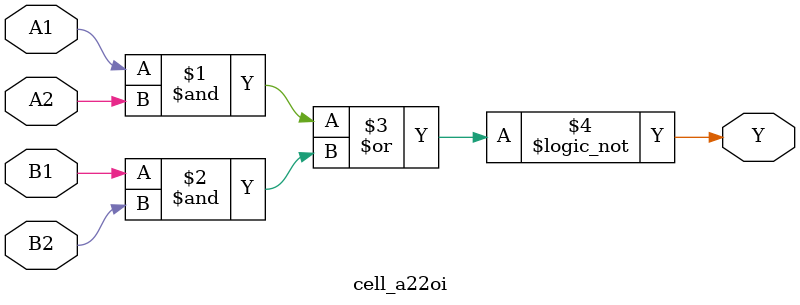
<source format=v>
`timescale 1ps/1ps
module cell_a22oi
(
    input wire A1,
    input wire A2,
    input wire B1,
    input wire B2,
    output wire Y
);
    assign Y = !((A1 & A2) | (B1 & B2));
endmodule

</source>
